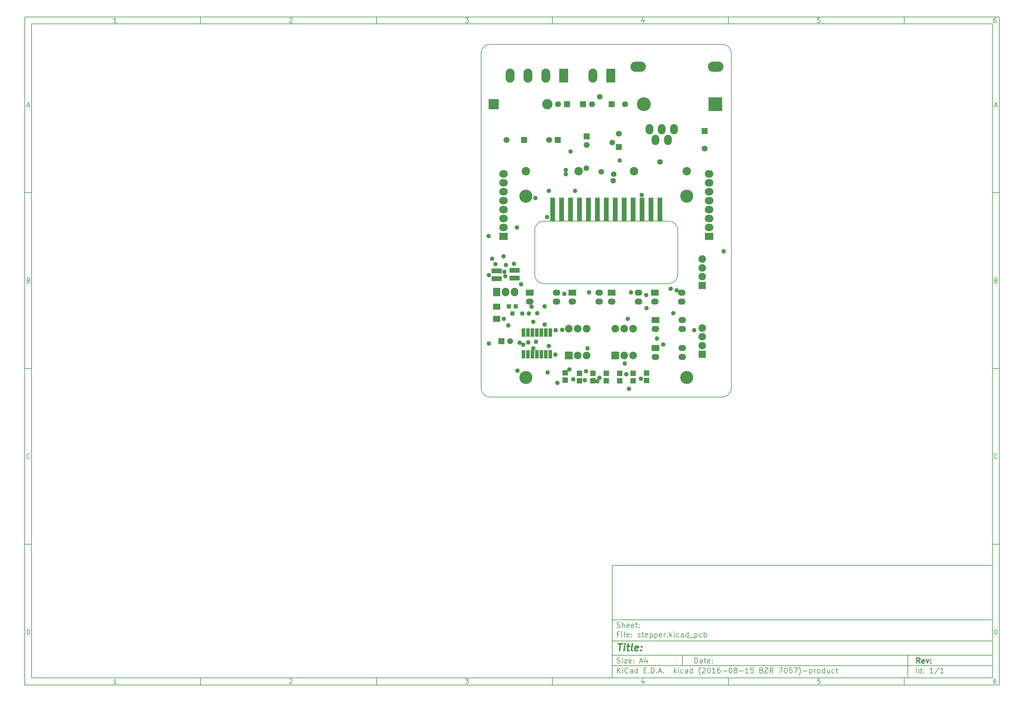
<source format=gbr>
G04 #@! TF.FileFunction,Soldermask,Top*
%FSLAX46Y46*%
G04 Gerber Fmt 4.6, Leading zero omitted, Abs format (unit mm)*
G04 Created by KiCad (PCBNEW (2016-08-15 BZR 7057)-product) date Tue Nov  8 12:42:18 2016*
%MOMM*%
%LPD*%
G01*
G04 APERTURE LIST*
%ADD10C,0.100000*%
%ADD11C,0.150000*%
%ADD12C,0.300000*%
%ADD13C,0.400000*%
%ADD14C,3.700000*%
%ADD15R,2.178000X2.178000*%
%ADD16C,2.178000*%
%ADD17R,2.178000X1.700000*%
%ADD18O,2.178000X1.700000*%
%ADD19C,3.940760*%
%ADD20R,3.940760X3.940760*%
%ADD21C,2.150000*%
%ADD22R,2.150000X2.150000*%
%ADD23C,2.940000*%
%ADD24R,2.940000X2.940000*%
%ADD25R,1.200100X1.200100*%
%ADD26R,1.050000X1.460000*%
%ADD27R,1.060400X2.432000*%
%ADD28C,1.700000*%
%ADD29R,1.700000X1.700000*%
%ADD30R,1.598880X1.598880*%
%ADD31O,4.400500X2.899360*%
%ADD32R,2.432000X2.127200*%
%ADD33O,2.432000X2.127200*%
%ADD34R,2.500000X4.000000*%
%ADD35O,2.500000X4.000000*%
%ADD36C,2.398980*%
%ADD37R,2.099260X1.700480*%
%ADD38R,2.127200X2.432000*%
%ADD39O,2.127200X2.432000*%
%ADD40R,1.400760X6.900000*%
%ADD41O,2.200860X2.899360*%
%ADD42C,1.300000*%
%ADD43C,1.600000*%
G04 APERTURE END LIST*
D10*
D11*
X177002200Y-166007200D02*
X177002200Y-198007200D01*
X285002200Y-198007200D01*
X285002200Y-166007200D01*
X177002200Y-166007200D01*
D10*
D11*
X10000000Y-10000000D02*
X10000000Y-200007200D01*
X287002200Y-200007200D01*
X287002200Y-10000000D01*
X10000000Y-10000000D01*
D10*
D11*
X12000000Y-12000000D02*
X12000000Y-198007200D01*
X285002200Y-198007200D01*
X285002200Y-12000000D01*
X12000000Y-12000000D01*
D10*
D11*
X60000000Y-12000000D02*
X60000000Y-10000000D01*
D10*
D11*
X110000000Y-12000000D02*
X110000000Y-10000000D01*
D10*
D11*
X160000000Y-12000000D02*
X160000000Y-10000000D01*
D10*
D11*
X210000000Y-12000000D02*
X210000000Y-10000000D01*
D10*
D11*
X260000000Y-12000000D02*
X260000000Y-10000000D01*
D10*
D11*
X36065476Y-11588095D02*
X35322619Y-11588095D01*
X35694047Y-11588095D02*
X35694047Y-10288095D01*
X35570238Y-10473809D01*
X35446428Y-10597619D01*
X35322619Y-10659523D01*
D10*
D11*
X85322619Y-10411904D02*
X85384523Y-10350000D01*
X85508333Y-10288095D01*
X85817857Y-10288095D01*
X85941666Y-10350000D01*
X86003571Y-10411904D01*
X86065476Y-10535714D01*
X86065476Y-10659523D01*
X86003571Y-10845238D01*
X85260714Y-11588095D01*
X86065476Y-11588095D01*
D10*
D11*
X135260714Y-10288095D02*
X136065476Y-10288095D01*
X135632142Y-10783333D01*
X135817857Y-10783333D01*
X135941666Y-10845238D01*
X136003571Y-10907142D01*
X136065476Y-11030952D01*
X136065476Y-11340476D01*
X136003571Y-11464285D01*
X135941666Y-11526190D01*
X135817857Y-11588095D01*
X135446428Y-11588095D01*
X135322619Y-11526190D01*
X135260714Y-11464285D01*
D10*
D11*
X185941666Y-10721428D02*
X185941666Y-11588095D01*
X185632142Y-10226190D02*
X185322619Y-11154761D01*
X186127380Y-11154761D01*
D10*
D11*
X236003571Y-10288095D02*
X235384523Y-10288095D01*
X235322619Y-10907142D01*
X235384523Y-10845238D01*
X235508333Y-10783333D01*
X235817857Y-10783333D01*
X235941666Y-10845238D01*
X236003571Y-10907142D01*
X236065476Y-11030952D01*
X236065476Y-11340476D01*
X236003571Y-11464285D01*
X235941666Y-11526190D01*
X235817857Y-11588095D01*
X235508333Y-11588095D01*
X235384523Y-11526190D01*
X235322619Y-11464285D01*
D10*
D11*
X285941666Y-10288095D02*
X285694047Y-10288095D01*
X285570238Y-10350000D01*
X285508333Y-10411904D01*
X285384523Y-10597619D01*
X285322619Y-10845238D01*
X285322619Y-11340476D01*
X285384523Y-11464285D01*
X285446428Y-11526190D01*
X285570238Y-11588095D01*
X285817857Y-11588095D01*
X285941666Y-11526190D01*
X286003571Y-11464285D01*
X286065476Y-11340476D01*
X286065476Y-11030952D01*
X286003571Y-10907142D01*
X285941666Y-10845238D01*
X285817857Y-10783333D01*
X285570238Y-10783333D01*
X285446428Y-10845238D01*
X285384523Y-10907142D01*
X285322619Y-11030952D01*
D10*
D11*
X60000000Y-198007200D02*
X60000000Y-200007200D01*
D10*
D11*
X110000000Y-198007200D02*
X110000000Y-200007200D01*
D10*
D11*
X160000000Y-198007200D02*
X160000000Y-200007200D01*
D10*
D11*
X210000000Y-198007200D02*
X210000000Y-200007200D01*
D10*
D11*
X260000000Y-198007200D02*
X260000000Y-200007200D01*
D10*
D11*
X36065476Y-199595295D02*
X35322619Y-199595295D01*
X35694047Y-199595295D02*
X35694047Y-198295295D01*
X35570238Y-198481009D01*
X35446428Y-198604819D01*
X35322619Y-198666723D01*
D10*
D11*
X85322619Y-198419104D02*
X85384523Y-198357200D01*
X85508333Y-198295295D01*
X85817857Y-198295295D01*
X85941666Y-198357200D01*
X86003571Y-198419104D01*
X86065476Y-198542914D01*
X86065476Y-198666723D01*
X86003571Y-198852438D01*
X85260714Y-199595295D01*
X86065476Y-199595295D01*
D10*
D11*
X135260714Y-198295295D02*
X136065476Y-198295295D01*
X135632142Y-198790533D01*
X135817857Y-198790533D01*
X135941666Y-198852438D01*
X136003571Y-198914342D01*
X136065476Y-199038152D01*
X136065476Y-199347676D01*
X136003571Y-199471485D01*
X135941666Y-199533390D01*
X135817857Y-199595295D01*
X135446428Y-199595295D01*
X135322619Y-199533390D01*
X135260714Y-199471485D01*
D10*
D11*
X185941666Y-198728628D02*
X185941666Y-199595295D01*
X185632142Y-198233390D02*
X185322619Y-199161961D01*
X186127380Y-199161961D01*
D10*
D11*
X236003571Y-198295295D02*
X235384523Y-198295295D01*
X235322619Y-198914342D01*
X235384523Y-198852438D01*
X235508333Y-198790533D01*
X235817857Y-198790533D01*
X235941666Y-198852438D01*
X236003571Y-198914342D01*
X236065476Y-199038152D01*
X236065476Y-199347676D01*
X236003571Y-199471485D01*
X235941666Y-199533390D01*
X235817857Y-199595295D01*
X235508333Y-199595295D01*
X235384523Y-199533390D01*
X235322619Y-199471485D01*
D10*
D11*
X285941666Y-198295295D02*
X285694047Y-198295295D01*
X285570238Y-198357200D01*
X285508333Y-198419104D01*
X285384523Y-198604819D01*
X285322619Y-198852438D01*
X285322619Y-199347676D01*
X285384523Y-199471485D01*
X285446428Y-199533390D01*
X285570238Y-199595295D01*
X285817857Y-199595295D01*
X285941666Y-199533390D01*
X286003571Y-199471485D01*
X286065476Y-199347676D01*
X286065476Y-199038152D01*
X286003571Y-198914342D01*
X285941666Y-198852438D01*
X285817857Y-198790533D01*
X285570238Y-198790533D01*
X285446428Y-198852438D01*
X285384523Y-198914342D01*
X285322619Y-199038152D01*
D10*
D11*
X10000000Y-60000000D02*
X12000000Y-60000000D01*
D10*
D11*
X10000000Y-110000000D02*
X12000000Y-110000000D01*
D10*
D11*
X10000000Y-160000000D02*
X12000000Y-160000000D01*
D10*
D11*
X10690476Y-35216666D02*
X11309523Y-35216666D01*
X10566666Y-35588095D02*
X11000000Y-34288095D01*
X11433333Y-35588095D01*
D10*
D11*
X11092857Y-84907142D02*
X11278571Y-84969047D01*
X11340476Y-85030952D01*
X11402380Y-85154761D01*
X11402380Y-85340476D01*
X11340476Y-85464285D01*
X11278571Y-85526190D01*
X11154761Y-85588095D01*
X10659523Y-85588095D01*
X10659523Y-84288095D01*
X11092857Y-84288095D01*
X11216666Y-84350000D01*
X11278571Y-84411904D01*
X11340476Y-84535714D01*
X11340476Y-84659523D01*
X11278571Y-84783333D01*
X11216666Y-84845238D01*
X11092857Y-84907142D01*
X10659523Y-84907142D01*
D10*
D11*
X11402380Y-135464285D02*
X11340476Y-135526190D01*
X11154761Y-135588095D01*
X11030952Y-135588095D01*
X10845238Y-135526190D01*
X10721428Y-135402380D01*
X10659523Y-135278571D01*
X10597619Y-135030952D01*
X10597619Y-134845238D01*
X10659523Y-134597619D01*
X10721428Y-134473809D01*
X10845238Y-134350000D01*
X11030952Y-134288095D01*
X11154761Y-134288095D01*
X11340476Y-134350000D01*
X11402380Y-134411904D01*
D10*
D11*
X10659523Y-185588095D02*
X10659523Y-184288095D01*
X10969047Y-184288095D01*
X11154761Y-184350000D01*
X11278571Y-184473809D01*
X11340476Y-184597619D01*
X11402380Y-184845238D01*
X11402380Y-185030952D01*
X11340476Y-185278571D01*
X11278571Y-185402380D01*
X11154761Y-185526190D01*
X10969047Y-185588095D01*
X10659523Y-185588095D01*
D10*
D11*
X287002200Y-60000000D02*
X285002200Y-60000000D01*
D10*
D11*
X287002200Y-110000000D02*
X285002200Y-110000000D01*
D10*
D11*
X287002200Y-160000000D02*
X285002200Y-160000000D01*
D10*
D11*
X285692676Y-35216666D02*
X286311723Y-35216666D01*
X285568866Y-35588095D02*
X286002200Y-34288095D01*
X286435533Y-35588095D01*
D10*
D11*
X286095057Y-84907142D02*
X286280771Y-84969047D01*
X286342676Y-85030952D01*
X286404580Y-85154761D01*
X286404580Y-85340476D01*
X286342676Y-85464285D01*
X286280771Y-85526190D01*
X286156961Y-85588095D01*
X285661723Y-85588095D01*
X285661723Y-84288095D01*
X286095057Y-84288095D01*
X286218866Y-84350000D01*
X286280771Y-84411904D01*
X286342676Y-84535714D01*
X286342676Y-84659523D01*
X286280771Y-84783333D01*
X286218866Y-84845238D01*
X286095057Y-84907142D01*
X285661723Y-84907142D01*
D10*
D11*
X286404580Y-135464285D02*
X286342676Y-135526190D01*
X286156961Y-135588095D01*
X286033152Y-135588095D01*
X285847438Y-135526190D01*
X285723628Y-135402380D01*
X285661723Y-135278571D01*
X285599819Y-135030952D01*
X285599819Y-134845238D01*
X285661723Y-134597619D01*
X285723628Y-134473809D01*
X285847438Y-134350000D01*
X286033152Y-134288095D01*
X286156961Y-134288095D01*
X286342676Y-134350000D01*
X286404580Y-134411904D01*
D10*
D11*
X285661723Y-185588095D02*
X285661723Y-184288095D01*
X285971247Y-184288095D01*
X286156961Y-184350000D01*
X286280771Y-184473809D01*
X286342676Y-184597619D01*
X286404580Y-184845238D01*
X286404580Y-185030952D01*
X286342676Y-185278571D01*
X286280771Y-185402380D01*
X286156961Y-185526190D01*
X285971247Y-185588095D01*
X285661723Y-185588095D01*
D10*
D11*
X200434342Y-193785771D02*
X200434342Y-192285771D01*
X200791485Y-192285771D01*
X201005771Y-192357200D01*
X201148628Y-192500057D01*
X201220057Y-192642914D01*
X201291485Y-192928628D01*
X201291485Y-193142914D01*
X201220057Y-193428628D01*
X201148628Y-193571485D01*
X201005771Y-193714342D01*
X200791485Y-193785771D01*
X200434342Y-193785771D01*
X202577200Y-193785771D02*
X202577200Y-193000057D01*
X202505771Y-192857200D01*
X202362914Y-192785771D01*
X202077200Y-192785771D01*
X201934342Y-192857200D01*
X202577200Y-193714342D02*
X202434342Y-193785771D01*
X202077200Y-193785771D01*
X201934342Y-193714342D01*
X201862914Y-193571485D01*
X201862914Y-193428628D01*
X201934342Y-193285771D01*
X202077200Y-193214342D01*
X202434342Y-193214342D01*
X202577200Y-193142914D01*
X203077200Y-192785771D02*
X203648628Y-192785771D01*
X203291485Y-192285771D02*
X203291485Y-193571485D01*
X203362914Y-193714342D01*
X203505771Y-193785771D01*
X203648628Y-193785771D01*
X204720057Y-193714342D02*
X204577200Y-193785771D01*
X204291485Y-193785771D01*
X204148628Y-193714342D01*
X204077200Y-193571485D01*
X204077200Y-193000057D01*
X204148628Y-192857200D01*
X204291485Y-192785771D01*
X204577200Y-192785771D01*
X204720057Y-192857200D01*
X204791485Y-193000057D01*
X204791485Y-193142914D01*
X204077200Y-193285771D01*
X205434342Y-193642914D02*
X205505771Y-193714342D01*
X205434342Y-193785771D01*
X205362914Y-193714342D01*
X205434342Y-193642914D01*
X205434342Y-193785771D01*
X205434342Y-192857200D02*
X205505771Y-192928628D01*
X205434342Y-193000057D01*
X205362914Y-192928628D01*
X205434342Y-192857200D01*
X205434342Y-193000057D01*
D10*
D11*
X177002200Y-194507200D02*
X285002200Y-194507200D01*
D10*
D11*
X178434342Y-196585771D02*
X178434342Y-195085771D01*
X179291485Y-196585771D02*
X178648628Y-195728628D01*
X179291485Y-195085771D02*
X178434342Y-195942914D01*
X179934342Y-196585771D02*
X179934342Y-195585771D01*
X179934342Y-195085771D02*
X179862914Y-195157200D01*
X179934342Y-195228628D01*
X180005771Y-195157200D01*
X179934342Y-195085771D01*
X179934342Y-195228628D01*
X181505771Y-196442914D02*
X181434342Y-196514342D01*
X181220057Y-196585771D01*
X181077200Y-196585771D01*
X180862914Y-196514342D01*
X180720057Y-196371485D01*
X180648628Y-196228628D01*
X180577200Y-195942914D01*
X180577200Y-195728628D01*
X180648628Y-195442914D01*
X180720057Y-195300057D01*
X180862914Y-195157200D01*
X181077200Y-195085771D01*
X181220057Y-195085771D01*
X181434342Y-195157200D01*
X181505771Y-195228628D01*
X182791485Y-196585771D02*
X182791485Y-195800057D01*
X182720057Y-195657200D01*
X182577200Y-195585771D01*
X182291485Y-195585771D01*
X182148628Y-195657200D01*
X182791485Y-196514342D02*
X182648628Y-196585771D01*
X182291485Y-196585771D01*
X182148628Y-196514342D01*
X182077200Y-196371485D01*
X182077200Y-196228628D01*
X182148628Y-196085771D01*
X182291485Y-196014342D01*
X182648628Y-196014342D01*
X182791485Y-195942914D01*
X184148628Y-196585771D02*
X184148628Y-195085771D01*
X184148628Y-196514342D02*
X184005771Y-196585771D01*
X183720057Y-196585771D01*
X183577200Y-196514342D01*
X183505771Y-196442914D01*
X183434342Y-196300057D01*
X183434342Y-195871485D01*
X183505771Y-195728628D01*
X183577200Y-195657200D01*
X183720057Y-195585771D01*
X184005771Y-195585771D01*
X184148628Y-195657200D01*
X186005771Y-195800057D02*
X186505771Y-195800057D01*
X186720057Y-196585771D02*
X186005771Y-196585771D01*
X186005771Y-195085771D01*
X186720057Y-195085771D01*
X187362914Y-196442914D02*
X187434342Y-196514342D01*
X187362914Y-196585771D01*
X187291485Y-196514342D01*
X187362914Y-196442914D01*
X187362914Y-196585771D01*
X188077200Y-196585771D02*
X188077200Y-195085771D01*
X188434342Y-195085771D01*
X188648628Y-195157200D01*
X188791485Y-195300057D01*
X188862914Y-195442914D01*
X188934342Y-195728628D01*
X188934342Y-195942914D01*
X188862914Y-196228628D01*
X188791485Y-196371485D01*
X188648628Y-196514342D01*
X188434342Y-196585771D01*
X188077200Y-196585771D01*
X189577200Y-196442914D02*
X189648628Y-196514342D01*
X189577200Y-196585771D01*
X189505771Y-196514342D01*
X189577200Y-196442914D01*
X189577200Y-196585771D01*
X190220057Y-196157200D02*
X190934342Y-196157200D01*
X190077200Y-196585771D02*
X190577200Y-195085771D01*
X191077200Y-196585771D01*
X191577200Y-196442914D02*
X191648628Y-196514342D01*
X191577200Y-196585771D01*
X191505771Y-196514342D01*
X191577200Y-196442914D01*
X191577200Y-196585771D01*
X194577200Y-196585771D02*
X194577200Y-195085771D01*
X194720057Y-196014342D02*
X195148628Y-196585771D01*
X195148628Y-195585771D02*
X194577200Y-196157200D01*
X195791485Y-196585771D02*
X195791485Y-195585771D01*
X195791485Y-195085771D02*
X195720057Y-195157200D01*
X195791485Y-195228628D01*
X195862914Y-195157200D01*
X195791485Y-195085771D01*
X195791485Y-195228628D01*
X197148628Y-196514342D02*
X197005771Y-196585771D01*
X196720057Y-196585771D01*
X196577200Y-196514342D01*
X196505771Y-196442914D01*
X196434342Y-196300057D01*
X196434342Y-195871485D01*
X196505771Y-195728628D01*
X196577200Y-195657200D01*
X196720057Y-195585771D01*
X197005771Y-195585771D01*
X197148628Y-195657200D01*
X198434342Y-196585771D02*
X198434342Y-195800057D01*
X198362914Y-195657200D01*
X198220057Y-195585771D01*
X197934342Y-195585771D01*
X197791485Y-195657200D01*
X198434342Y-196514342D02*
X198291485Y-196585771D01*
X197934342Y-196585771D01*
X197791485Y-196514342D01*
X197720057Y-196371485D01*
X197720057Y-196228628D01*
X197791485Y-196085771D01*
X197934342Y-196014342D01*
X198291485Y-196014342D01*
X198434342Y-195942914D01*
X199791485Y-196585771D02*
X199791485Y-195085771D01*
X199791485Y-196514342D02*
X199648628Y-196585771D01*
X199362914Y-196585771D01*
X199220057Y-196514342D01*
X199148628Y-196442914D01*
X199077200Y-196300057D01*
X199077200Y-195871485D01*
X199148628Y-195728628D01*
X199220057Y-195657200D01*
X199362914Y-195585771D01*
X199648628Y-195585771D01*
X199791485Y-195657200D01*
X202077200Y-197157200D02*
X202005771Y-197085771D01*
X201862914Y-196871485D01*
X201791485Y-196728628D01*
X201720057Y-196514342D01*
X201648628Y-196157200D01*
X201648628Y-195871485D01*
X201720057Y-195514342D01*
X201791485Y-195300057D01*
X201862914Y-195157200D01*
X202005771Y-194942914D01*
X202077200Y-194871485D01*
X202577200Y-195228628D02*
X202648628Y-195157200D01*
X202791485Y-195085771D01*
X203148628Y-195085771D01*
X203291485Y-195157200D01*
X203362914Y-195228628D01*
X203434342Y-195371485D01*
X203434342Y-195514342D01*
X203362914Y-195728628D01*
X202505771Y-196585771D01*
X203434342Y-196585771D01*
X204362914Y-195085771D02*
X204505771Y-195085771D01*
X204648628Y-195157200D01*
X204720057Y-195228628D01*
X204791485Y-195371485D01*
X204862914Y-195657200D01*
X204862914Y-196014342D01*
X204791485Y-196300057D01*
X204720057Y-196442914D01*
X204648628Y-196514342D01*
X204505771Y-196585771D01*
X204362914Y-196585771D01*
X204220057Y-196514342D01*
X204148628Y-196442914D01*
X204077200Y-196300057D01*
X204005771Y-196014342D01*
X204005771Y-195657200D01*
X204077200Y-195371485D01*
X204148628Y-195228628D01*
X204220057Y-195157200D01*
X204362914Y-195085771D01*
X206291485Y-196585771D02*
X205434342Y-196585771D01*
X205862914Y-196585771D02*
X205862914Y-195085771D01*
X205720057Y-195300057D01*
X205577200Y-195442914D01*
X205434342Y-195514342D01*
X207577200Y-195085771D02*
X207291485Y-195085771D01*
X207148628Y-195157200D01*
X207077200Y-195228628D01*
X206934342Y-195442914D01*
X206862914Y-195728628D01*
X206862914Y-196300057D01*
X206934342Y-196442914D01*
X207005771Y-196514342D01*
X207148628Y-196585771D01*
X207434342Y-196585771D01*
X207577200Y-196514342D01*
X207648628Y-196442914D01*
X207720057Y-196300057D01*
X207720057Y-195942914D01*
X207648628Y-195800057D01*
X207577200Y-195728628D01*
X207434342Y-195657200D01*
X207148628Y-195657200D01*
X207005771Y-195728628D01*
X206934342Y-195800057D01*
X206862914Y-195942914D01*
X208362914Y-196014342D02*
X209505771Y-196014342D01*
X210505771Y-195085771D02*
X210648628Y-195085771D01*
X210791485Y-195157200D01*
X210862914Y-195228628D01*
X210934342Y-195371485D01*
X211005771Y-195657200D01*
X211005771Y-196014342D01*
X210934342Y-196300057D01*
X210862914Y-196442914D01*
X210791485Y-196514342D01*
X210648628Y-196585771D01*
X210505771Y-196585771D01*
X210362914Y-196514342D01*
X210291485Y-196442914D01*
X210220057Y-196300057D01*
X210148628Y-196014342D01*
X210148628Y-195657200D01*
X210220057Y-195371485D01*
X210291485Y-195228628D01*
X210362914Y-195157200D01*
X210505771Y-195085771D01*
X211862914Y-195728628D02*
X211720057Y-195657200D01*
X211648628Y-195585771D01*
X211577200Y-195442914D01*
X211577200Y-195371485D01*
X211648628Y-195228628D01*
X211720057Y-195157200D01*
X211862914Y-195085771D01*
X212148628Y-195085771D01*
X212291485Y-195157200D01*
X212362914Y-195228628D01*
X212434342Y-195371485D01*
X212434342Y-195442914D01*
X212362914Y-195585771D01*
X212291485Y-195657200D01*
X212148628Y-195728628D01*
X211862914Y-195728628D01*
X211720057Y-195800057D01*
X211648628Y-195871485D01*
X211577200Y-196014342D01*
X211577200Y-196300057D01*
X211648628Y-196442914D01*
X211720057Y-196514342D01*
X211862914Y-196585771D01*
X212148628Y-196585771D01*
X212291485Y-196514342D01*
X212362914Y-196442914D01*
X212434342Y-196300057D01*
X212434342Y-196014342D01*
X212362914Y-195871485D01*
X212291485Y-195800057D01*
X212148628Y-195728628D01*
X213077200Y-196014342D02*
X214220057Y-196014342D01*
X215720057Y-196585771D02*
X214862914Y-196585771D01*
X215291485Y-196585771D02*
X215291485Y-195085771D01*
X215148628Y-195300057D01*
X215005771Y-195442914D01*
X214862914Y-195514342D01*
X217077200Y-195085771D02*
X216362914Y-195085771D01*
X216291485Y-195800057D01*
X216362914Y-195728628D01*
X216505771Y-195657200D01*
X216862914Y-195657200D01*
X217005771Y-195728628D01*
X217077200Y-195800057D01*
X217148628Y-195942914D01*
X217148628Y-196300057D01*
X217077200Y-196442914D01*
X217005771Y-196514342D01*
X216862914Y-196585771D01*
X216505771Y-196585771D01*
X216362914Y-196514342D01*
X216291485Y-196442914D01*
X219434342Y-195800057D02*
X219648628Y-195871485D01*
X219720057Y-195942914D01*
X219791485Y-196085771D01*
X219791485Y-196300057D01*
X219720057Y-196442914D01*
X219648628Y-196514342D01*
X219505771Y-196585771D01*
X218934342Y-196585771D01*
X218934342Y-195085771D01*
X219434342Y-195085771D01*
X219577200Y-195157200D01*
X219648628Y-195228628D01*
X219720057Y-195371485D01*
X219720057Y-195514342D01*
X219648628Y-195657200D01*
X219577200Y-195728628D01*
X219434342Y-195800057D01*
X218934342Y-195800057D01*
X220291485Y-195085771D02*
X221291485Y-195085771D01*
X220291485Y-196585771D01*
X221291485Y-196585771D01*
X222720057Y-196585771D02*
X222220057Y-195871485D01*
X221862914Y-196585771D02*
X221862914Y-195085771D01*
X222434342Y-195085771D01*
X222577200Y-195157200D01*
X222648628Y-195228628D01*
X222720057Y-195371485D01*
X222720057Y-195585771D01*
X222648628Y-195728628D01*
X222577200Y-195800057D01*
X222434342Y-195871485D01*
X221862914Y-195871485D01*
X224362914Y-195085771D02*
X225362914Y-195085771D01*
X224720057Y-196585771D01*
X226220057Y-195085771D02*
X226362914Y-195085771D01*
X226505771Y-195157200D01*
X226577200Y-195228628D01*
X226648628Y-195371485D01*
X226720057Y-195657200D01*
X226720057Y-196014342D01*
X226648628Y-196300057D01*
X226577200Y-196442914D01*
X226505771Y-196514342D01*
X226362914Y-196585771D01*
X226220057Y-196585771D01*
X226077200Y-196514342D01*
X226005771Y-196442914D01*
X225934342Y-196300057D01*
X225862914Y-196014342D01*
X225862914Y-195657200D01*
X225934342Y-195371485D01*
X226005771Y-195228628D01*
X226077200Y-195157200D01*
X226220057Y-195085771D01*
X228077200Y-195085771D02*
X227362914Y-195085771D01*
X227291485Y-195800057D01*
X227362914Y-195728628D01*
X227505771Y-195657200D01*
X227862914Y-195657200D01*
X228005771Y-195728628D01*
X228077200Y-195800057D01*
X228148628Y-195942914D01*
X228148628Y-196300057D01*
X228077200Y-196442914D01*
X228005771Y-196514342D01*
X227862914Y-196585771D01*
X227505771Y-196585771D01*
X227362914Y-196514342D01*
X227291485Y-196442914D01*
X228648628Y-195085771D02*
X229648628Y-195085771D01*
X229005771Y-196585771D01*
X230077199Y-197157200D02*
X230148628Y-197085771D01*
X230291485Y-196871485D01*
X230362914Y-196728628D01*
X230434342Y-196514342D01*
X230505771Y-196157200D01*
X230505771Y-195871485D01*
X230434342Y-195514342D01*
X230362914Y-195300057D01*
X230291485Y-195157200D01*
X230148628Y-194942914D01*
X230077199Y-194871485D01*
X231220057Y-196014342D02*
X232362914Y-196014342D01*
X233077199Y-195585771D02*
X233077199Y-197085771D01*
X233077199Y-195657200D02*
X233220057Y-195585771D01*
X233505771Y-195585771D01*
X233648628Y-195657200D01*
X233720057Y-195728628D01*
X233791485Y-195871485D01*
X233791485Y-196300057D01*
X233720057Y-196442914D01*
X233648628Y-196514342D01*
X233505771Y-196585771D01*
X233220057Y-196585771D01*
X233077199Y-196514342D01*
X234434342Y-196585771D02*
X234434342Y-195585771D01*
X234434342Y-195871485D02*
X234505771Y-195728628D01*
X234577199Y-195657200D01*
X234720057Y-195585771D01*
X234862914Y-195585771D01*
X235577199Y-196585771D02*
X235434342Y-196514342D01*
X235362914Y-196442914D01*
X235291485Y-196300057D01*
X235291485Y-195871485D01*
X235362914Y-195728628D01*
X235434342Y-195657200D01*
X235577199Y-195585771D01*
X235791485Y-195585771D01*
X235934342Y-195657200D01*
X236005771Y-195728628D01*
X236077199Y-195871485D01*
X236077199Y-196300057D01*
X236005771Y-196442914D01*
X235934342Y-196514342D01*
X235791485Y-196585771D01*
X235577199Y-196585771D01*
X237362914Y-196585771D02*
X237362914Y-195085771D01*
X237362914Y-196514342D02*
X237220057Y-196585771D01*
X236934342Y-196585771D01*
X236791485Y-196514342D01*
X236720057Y-196442914D01*
X236648628Y-196300057D01*
X236648628Y-195871485D01*
X236720057Y-195728628D01*
X236791485Y-195657200D01*
X236934342Y-195585771D01*
X237220057Y-195585771D01*
X237362914Y-195657200D01*
X238720057Y-195585771D02*
X238720057Y-196585771D01*
X238077199Y-195585771D02*
X238077199Y-196371485D01*
X238148628Y-196514342D01*
X238291485Y-196585771D01*
X238505771Y-196585771D01*
X238648628Y-196514342D01*
X238720057Y-196442914D01*
X240077199Y-196514342D02*
X239934342Y-196585771D01*
X239648628Y-196585771D01*
X239505771Y-196514342D01*
X239434342Y-196442914D01*
X239362914Y-196300057D01*
X239362914Y-195871485D01*
X239434342Y-195728628D01*
X239505771Y-195657200D01*
X239648628Y-195585771D01*
X239934342Y-195585771D01*
X240077199Y-195657200D01*
X240505771Y-195585771D02*
X241077199Y-195585771D01*
X240720057Y-195085771D02*
X240720057Y-196371485D01*
X240791485Y-196514342D01*
X240934342Y-196585771D01*
X241077199Y-196585771D01*
D10*
D11*
X177002200Y-191507200D02*
X285002200Y-191507200D01*
D10*
D12*
X264411485Y-193785771D02*
X263911485Y-193071485D01*
X263554342Y-193785771D02*
X263554342Y-192285771D01*
X264125771Y-192285771D01*
X264268628Y-192357200D01*
X264340057Y-192428628D01*
X264411485Y-192571485D01*
X264411485Y-192785771D01*
X264340057Y-192928628D01*
X264268628Y-193000057D01*
X264125771Y-193071485D01*
X263554342Y-193071485D01*
X265625771Y-193714342D02*
X265482914Y-193785771D01*
X265197200Y-193785771D01*
X265054342Y-193714342D01*
X264982914Y-193571485D01*
X264982914Y-193000057D01*
X265054342Y-192857200D01*
X265197200Y-192785771D01*
X265482914Y-192785771D01*
X265625771Y-192857200D01*
X265697200Y-193000057D01*
X265697200Y-193142914D01*
X264982914Y-193285771D01*
X266197200Y-192785771D02*
X266554342Y-193785771D01*
X266911485Y-192785771D01*
X267482914Y-193642914D02*
X267554342Y-193714342D01*
X267482914Y-193785771D01*
X267411485Y-193714342D01*
X267482914Y-193642914D01*
X267482914Y-193785771D01*
X267482914Y-192857200D02*
X267554342Y-192928628D01*
X267482914Y-193000057D01*
X267411485Y-192928628D01*
X267482914Y-192857200D01*
X267482914Y-193000057D01*
D10*
D11*
X178362914Y-193714342D02*
X178577200Y-193785771D01*
X178934342Y-193785771D01*
X179077200Y-193714342D01*
X179148628Y-193642914D01*
X179220057Y-193500057D01*
X179220057Y-193357200D01*
X179148628Y-193214342D01*
X179077200Y-193142914D01*
X178934342Y-193071485D01*
X178648628Y-193000057D01*
X178505771Y-192928628D01*
X178434342Y-192857200D01*
X178362914Y-192714342D01*
X178362914Y-192571485D01*
X178434342Y-192428628D01*
X178505771Y-192357200D01*
X178648628Y-192285771D01*
X179005771Y-192285771D01*
X179220057Y-192357200D01*
X179862914Y-193785771D02*
X179862914Y-192785771D01*
X179862914Y-192285771D02*
X179791485Y-192357200D01*
X179862914Y-192428628D01*
X179934342Y-192357200D01*
X179862914Y-192285771D01*
X179862914Y-192428628D01*
X180434342Y-192785771D02*
X181220057Y-192785771D01*
X180434342Y-193785771D01*
X181220057Y-193785771D01*
X182362914Y-193714342D02*
X182220057Y-193785771D01*
X181934342Y-193785771D01*
X181791485Y-193714342D01*
X181720057Y-193571485D01*
X181720057Y-193000057D01*
X181791485Y-192857200D01*
X181934342Y-192785771D01*
X182220057Y-192785771D01*
X182362914Y-192857200D01*
X182434342Y-193000057D01*
X182434342Y-193142914D01*
X181720057Y-193285771D01*
X183077200Y-193642914D02*
X183148628Y-193714342D01*
X183077200Y-193785771D01*
X183005771Y-193714342D01*
X183077200Y-193642914D01*
X183077200Y-193785771D01*
X183077200Y-192857200D02*
X183148628Y-192928628D01*
X183077200Y-193000057D01*
X183005771Y-192928628D01*
X183077200Y-192857200D01*
X183077200Y-193000057D01*
X184862914Y-193357200D02*
X185577200Y-193357200D01*
X184720057Y-193785771D02*
X185220057Y-192285771D01*
X185720057Y-193785771D01*
X186862914Y-192785771D02*
X186862914Y-193785771D01*
X186505771Y-192214342D02*
X186148628Y-193285771D01*
X187077200Y-193285771D01*
D10*
D11*
X263434342Y-196585771D02*
X263434342Y-195085771D01*
X264791485Y-196585771D02*
X264791485Y-195085771D01*
X264791485Y-196514342D02*
X264648628Y-196585771D01*
X264362914Y-196585771D01*
X264220057Y-196514342D01*
X264148628Y-196442914D01*
X264077200Y-196300057D01*
X264077200Y-195871485D01*
X264148628Y-195728628D01*
X264220057Y-195657200D01*
X264362914Y-195585771D01*
X264648628Y-195585771D01*
X264791485Y-195657200D01*
X265505771Y-196442914D02*
X265577200Y-196514342D01*
X265505771Y-196585771D01*
X265434342Y-196514342D01*
X265505771Y-196442914D01*
X265505771Y-196585771D01*
X265505771Y-195657200D02*
X265577200Y-195728628D01*
X265505771Y-195800057D01*
X265434342Y-195728628D01*
X265505771Y-195657200D01*
X265505771Y-195800057D01*
X268148628Y-196585771D02*
X267291485Y-196585771D01*
X267720057Y-196585771D02*
X267720057Y-195085771D01*
X267577200Y-195300057D01*
X267434342Y-195442914D01*
X267291485Y-195514342D01*
X269862914Y-195014342D02*
X268577200Y-196942914D01*
X271148628Y-196585771D02*
X270291485Y-196585771D01*
X270720057Y-196585771D02*
X270720057Y-195085771D01*
X270577200Y-195300057D01*
X270434342Y-195442914D01*
X270291485Y-195514342D01*
D10*
D11*
X177002200Y-187507200D02*
X285002200Y-187507200D01*
D10*
D13*
X178714580Y-188211961D02*
X179857438Y-188211961D01*
X179036009Y-190211961D02*
X179286009Y-188211961D01*
X180274104Y-190211961D02*
X180440771Y-188878628D01*
X180524104Y-188211961D02*
X180416961Y-188307200D01*
X180500295Y-188402438D01*
X180607438Y-188307200D01*
X180524104Y-188211961D01*
X180500295Y-188402438D01*
X181107438Y-188878628D02*
X181869342Y-188878628D01*
X181476485Y-188211961D02*
X181262200Y-189926247D01*
X181333628Y-190116723D01*
X181512200Y-190211961D01*
X181702676Y-190211961D01*
X182655057Y-190211961D02*
X182476485Y-190116723D01*
X182405057Y-189926247D01*
X182619342Y-188211961D01*
X184190771Y-190116723D02*
X183988390Y-190211961D01*
X183607438Y-190211961D01*
X183428866Y-190116723D01*
X183357438Y-189926247D01*
X183452676Y-189164342D01*
X183571723Y-188973866D01*
X183774104Y-188878628D01*
X184155057Y-188878628D01*
X184333628Y-188973866D01*
X184405057Y-189164342D01*
X184381247Y-189354819D01*
X183405057Y-189545295D01*
X185155057Y-190021485D02*
X185238390Y-190116723D01*
X185131247Y-190211961D01*
X185047914Y-190116723D01*
X185155057Y-190021485D01*
X185131247Y-190211961D01*
X185286009Y-188973866D02*
X185369342Y-189069104D01*
X185262200Y-189164342D01*
X185178866Y-189069104D01*
X185286009Y-188973866D01*
X185262200Y-189164342D01*
D10*
D11*
X178934342Y-185600057D02*
X178434342Y-185600057D01*
X178434342Y-186385771D02*
X178434342Y-184885771D01*
X179148628Y-184885771D01*
X179720057Y-186385771D02*
X179720057Y-185385771D01*
X179720057Y-184885771D02*
X179648628Y-184957200D01*
X179720057Y-185028628D01*
X179791485Y-184957200D01*
X179720057Y-184885771D01*
X179720057Y-185028628D01*
X180648628Y-186385771D02*
X180505771Y-186314342D01*
X180434342Y-186171485D01*
X180434342Y-184885771D01*
X181791485Y-186314342D02*
X181648628Y-186385771D01*
X181362914Y-186385771D01*
X181220057Y-186314342D01*
X181148628Y-186171485D01*
X181148628Y-185600057D01*
X181220057Y-185457200D01*
X181362914Y-185385771D01*
X181648628Y-185385771D01*
X181791485Y-185457200D01*
X181862914Y-185600057D01*
X181862914Y-185742914D01*
X181148628Y-185885771D01*
X182505771Y-186242914D02*
X182577200Y-186314342D01*
X182505771Y-186385771D01*
X182434342Y-186314342D01*
X182505771Y-186242914D01*
X182505771Y-186385771D01*
X182505771Y-185457200D02*
X182577200Y-185528628D01*
X182505771Y-185600057D01*
X182434342Y-185528628D01*
X182505771Y-185457200D01*
X182505771Y-185600057D01*
X184291485Y-186314342D02*
X184434342Y-186385771D01*
X184720057Y-186385771D01*
X184862914Y-186314342D01*
X184934342Y-186171485D01*
X184934342Y-186100057D01*
X184862914Y-185957200D01*
X184720057Y-185885771D01*
X184505771Y-185885771D01*
X184362914Y-185814342D01*
X184291485Y-185671485D01*
X184291485Y-185600057D01*
X184362914Y-185457200D01*
X184505771Y-185385771D01*
X184720057Y-185385771D01*
X184862914Y-185457200D01*
X185362914Y-185385771D02*
X185934342Y-185385771D01*
X185577200Y-184885771D02*
X185577200Y-186171485D01*
X185648628Y-186314342D01*
X185791485Y-186385771D01*
X185934342Y-186385771D01*
X187005771Y-186314342D02*
X186862914Y-186385771D01*
X186577200Y-186385771D01*
X186434342Y-186314342D01*
X186362914Y-186171485D01*
X186362914Y-185600057D01*
X186434342Y-185457200D01*
X186577200Y-185385771D01*
X186862914Y-185385771D01*
X187005771Y-185457200D01*
X187077200Y-185600057D01*
X187077200Y-185742914D01*
X186362914Y-185885771D01*
X187720057Y-185385771D02*
X187720057Y-186885771D01*
X187720057Y-185457200D02*
X187862914Y-185385771D01*
X188148628Y-185385771D01*
X188291485Y-185457200D01*
X188362914Y-185528628D01*
X188434342Y-185671485D01*
X188434342Y-186100057D01*
X188362914Y-186242914D01*
X188291485Y-186314342D01*
X188148628Y-186385771D01*
X187862914Y-186385771D01*
X187720057Y-186314342D01*
X189077200Y-185385771D02*
X189077200Y-186885771D01*
X189077200Y-185457200D02*
X189220057Y-185385771D01*
X189505771Y-185385771D01*
X189648628Y-185457200D01*
X189720057Y-185528628D01*
X189791485Y-185671485D01*
X189791485Y-186100057D01*
X189720057Y-186242914D01*
X189648628Y-186314342D01*
X189505771Y-186385771D01*
X189220057Y-186385771D01*
X189077200Y-186314342D01*
X191005771Y-186314342D02*
X190862914Y-186385771D01*
X190577200Y-186385771D01*
X190434342Y-186314342D01*
X190362914Y-186171485D01*
X190362914Y-185600057D01*
X190434342Y-185457200D01*
X190577200Y-185385771D01*
X190862914Y-185385771D01*
X191005771Y-185457200D01*
X191077200Y-185600057D01*
X191077200Y-185742914D01*
X190362914Y-185885771D01*
X191720057Y-186385771D02*
X191720057Y-185385771D01*
X191720057Y-185671485D02*
X191791485Y-185528628D01*
X191862914Y-185457200D01*
X192005771Y-185385771D01*
X192148628Y-185385771D01*
X192648628Y-186242914D02*
X192720057Y-186314342D01*
X192648628Y-186385771D01*
X192577200Y-186314342D01*
X192648628Y-186242914D01*
X192648628Y-186385771D01*
X193362914Y-186385771D02*
X193362914Y-184885771D01*
X193505771Y-185814342D02*
X193934342Y-186385771D01*
X193934342Y-185385771D02*
X193362914Y-185957200D01*
X194577200Y-186385771D02*
X194577200Y-185385771D01*
X194577200Y-184885771D02*
X194505771Y-184957200D01*
X194577200Y-185028628D01*
X194648628Y-184957200D01*
X194577200Y-184885771D01*
X194577200Y-185028628D01*
X195934342Y-186314342D02*
X195791485Y-186385771D01*
X195505771Y-186385771D01*
X195362914Y-186314342D01*
X195291485Y-186242914D01*
X195220057Y-186100057D01*
X195220057Y-185671485D01*
X195291485Y-185528628D01*
X195362914Y-185457200D01*
X195505771Y-185385771D01*
X195791485Y-185385771D01*
X195934342Y-185457200D01*
X197220057Y-186385771D02*
X197220057Y-185600057D01*
X197148628Y-185457200D01*
X197005771Y-185385771D01*
X196720057Y-185385771D01*
X196577200Y-185457200D01*
X197220057Y-186314342D02*
X197077200Y-186385771D01*
X196720057Y-186385771D01*
X196577200Y-186314342D01*
X196505771Y-186171485D01*
X196505771Y-186028628D01*
X196577200Y-185885771D01*
X196720057Y-185814342D01*
X197077200Y-185814342D01*
X197220057Y-185742914D01*
X198577200Y-186385771D02*
X198577200Y-184885771D01*
X198577200Y-186314342D02*
X198434342Y-186385771D01*
X198148628Y-186385771D01*
X198005771Y-186314342D01*
X197934342Y-186242914D01*
X197862914Y-186100057D01*
X197862914Y-185671485D01*
X197934342Y-185528628D01*
X198005771Y-185457200D01*
X198148628Y-185385771D01*
X198434342Y-185385771D01*
X198577200Y-185457200D01*
X198934342Y-186528628D02*
X200077200Y-186528628D01*
X200434342Y-185385771D02*
X200434342Y-186885771D01*
X200434342Y-185457200D02*
X200577200Y-185385771D01*
X200862914Y-185385771D01*
X201005771Y-185457200D01*
X201077200Y-185528628D01*
X201148628Y-185671485D01*
X201148628Y-186100057D01*
X201077200Y-186242914D01*
X201005771Y-186314342D01*
X200862914Y-186385771D01*
X200577200Y-186385771D01*
X200434342Y-186314342D01*
X202434342Y-186314342D02*
X202291485Y-186385771D01*
X202005771Y-186385771D01*
X201862914Y-186314342D01*
X201791485Y-186242914D01*
X201720057Y-186100057D01*
X201720057Y-185671485D01*
X201791485Y-185528628D01*
X201862914Y-185457200D01*
X202005771Y-185385771D01*
X202291485Y-185385771D01*
X202434342Y-185457200D01*
X203077200Y-186385771D02*
X203077200Y-184885771D01*
X203077200Y-185457200D02*
X203220057Y-185385771D01*
X203505771Y-185385771D01*
X203648628Y-185457200D01*
X203720057Y-185528628D01*
X203791485Y-185671485D01*
X203791485Y-186100057D01*
X203720057Y-186242914D01*
X203648628Y-186314342D01*
X203505771Y-186385771D01*
X203220057Y-186385771D01*
X203077200Y-186314342D01*
D10*
D11*
X177002200Y-181507200D02*
X285002200Y-181507200D01*
D10*
D11*
X178362914Y-183614342D02*
X178577200Y-183685771D01*
X178934342Y-183685771D01*
X179077200Y-183614342D01*
X179148628Y-183542914D01*
X179220057Y-183400057D01*
X179220057Y-183257200D01*
X179148628Y-183114342D01*
X179077200Y-183042914D01*
X178934342Y-182971485D01*
X178648628Y-182900057D01*
X178505771Y-182828628D01*
X178434342Y-182757200D01*
X178362914Y-182614342D01*
X178362914Y-182471485D01*
X178434342Y-182328628D01*
X178505771Y-182257200D01*
X178648628Y-182185771D01*
X179005771Y-182185771D01*
X179220057Y-182257200D01*
X179862914Y-183685771D02*
X179862914Y-182185771D01*
X180505771Y-183685771D02*
X180505771Y-182900057D01*
X180434342Y-182757200D01*
X180291485Y-182685771D01*
X180077200Y-182685771D01*
X179934342Y-182757200D01*
X179862914Y-182828628D01*
X181791485Y-183614342D02*
X181648628Y-183685771D01*
X181362914Y-183685771D01*
X181220057Y-183614342D01*
X181148628Y-183471485D01*
X181148628Y-182900057D01*
X181220057Y-182757200D01*
X181362914Y-182685771D01*
X181648628Y-182685771D01*
X181791485Y-182757200D01*
X181862914Y-182900057D01*
X181862914Y-183042914D01*
X181148628Y-183185771D01*
X183077200Y-183614342D02*
X182934342Y-183685771D01*
X182648628Y-183685771D01*
X182505771Y-183614342D01*
X182434342Y-183471485D01*
X182434342Y-182900057D01*
X182505771Y-182757200D01*
X182648628Y-182685771D01*
X182934342Y-182685771D01*
X183077200Y-182757200D01*
X183148628Y-182900057D01*
X183148628Y-183042914D01*
X182434342Y-183185771D01*
X183577200Y-182685771D02*
X184148628Y-182685771D01*
X183791485Y-182185771D02*
X183791485Y-183471485D01*
X183862914Y-183614342D01*
X184005771Y-183685771D01*
X184148628Y-183685771D01*
X184648628Y-183542914D02*
X184720057Y-183614342D01*
X184648628Y-183685771D01*
X184577200Y-183614342D01*
X184648628Y-183542914D01*
X184648628Y-183685771D01*
X184648628Y-182757200D02*
X184720057Y-182828628D01*
X184648628Y-182900057D01*
X184577200Y-182828628D01*
X184648628Y-182757200D01*
X184648628Y-182900057D01*
D10*
D11*
X197002200Y-191507200D02*
X197002200Y-194507200D01*
D10*
D11*
X261002200Y-191507200D02*
X261002200Y-198007200D01*
X139700000Y-115570000D02*
G75*
G03X142240000Y-118110000I2540000J0D01*
G01*
X208280000Y-118110000D02*
G75*
G03X210820000Y-115570000I0J2540000D01*
G01*
X142240000Y-17780000D02*
G75*
G03X139700000Y-20320000I0J-2540000D01*
G01*
X210820000Y-115570000D02*
X210820000Y-20320000D01*
X210820000Y-20320000D02*
G75*
G03X208280000Y-17780000I-2540000J0D01*
G01*
X142240000Y-118110000D02*
X208280000Y-118110000D01*
X139700000Y-20320000D02*
X139700000Y-115570000D01*
X208280000Y-17780000D02*
X142240000Y-17780000D01*
X154940000Y-83312000D02*
G75*
G03X157480000Y-85852000I2540000J0D01*
G01*
X157480000Y-68072000D02*
G75*
G03X154940000Y-70612000I0J-2540000D01*
G01*
X193040000Y-85852000D02*
G75*
G03X195580000Y-83312000I0J2540000D01*
G01*
X195580000Y-70612000D02*
G75*
G03X193040000Y-68072000I-2540000J0D01*
G01*
X195580000Y-70612000D02*
X195580000Y-83312000D01*
X193040000Y-85852000D02*
X157480000Y-85852000D01*
X154940000Y-83312000D02*
X154940000Y-70612000D01*
X193040000Y-68072000D02*
X157480000Y-68072000D01*
D14*
X152400000Y-112522000D03*
X198120000Y-112522000D03*
X152400000Y-60960000D03*
D15*
X164592000Y-106299000D03*
D16*
X167132000Y-106299000D03*
X169672000Y-106299000D03*
X169672000Y-98679000D03*
X167132000Y-98679000D03*
X164592000Y-98679000D03*
X177800000Y-98679000D03*
X180340000Y-98679000D03*
X182880000Y-98679000D03*
X182880000Y-106299000D03*
X180340000Y-106299000D03*
D15*
X177800000Y-106299000D03*
D17*
X153543000Y-88392000D03*
D18*
X153543000Y-90932000D03*
X161163000Y-90932000D03*
X161163000Y-88392000D03*
X184404000Y-88392000D03*
X184404000Y-90932000D03*
X176784000Y-90932000D03*
D17*
X176784000Y-88392000D03*
X165608000Y-88392000D03*
D18*
X165608000Y-90932000D03*
X173228000Y-90932000D03*
X173228000Y-88392000D03*
D19*
X185928000Y-34798040D03*
D20*
X206248000Y-34798040D03*
D17*
X189230000Y-104140000D03*
D18*
X189230000Y-106680000D03*
X196850000Y-106680000D03*
X196850000Y-104140000D03*
X196850000Y-96202500D03*
X196850000Y-98742500D03*
X189230000Y-98742500D03*
D17*
X189230000Y-96202500D03*
X189103000Y-88392000D03*
D18*
X189103000Y-90932000D03*
X196723000Y-90932000D03*
X196723000Y-88392000D03*
D21*
X202565000Y-78860000D03*
X202565000Y-81360000D03*
X202565000Y-83860000D03*
D22*
X202565000Y-86360000D03*
X202565000Y-105965000D03*
D21*
X202565000Y-103465000D03*
X202565000Y-100965000D03*
X202565000Y-98465000D03*
D23*
X158496220Y-34798040D03*
D24*
X143256220Y-34798040D03*
D25*
X149540000Y-92344240D03*
X147640000Y-92344240D03*
X148590000Y-94343220D03*
D26*
X145095000Y-82212000D03*
X144145000Y-82212000D03*
X143195000Y-82212000D03*
X143195000Y-84412000D03*
X145095000Y-84412000D03*
X144145000Y-84412000D03*
X150175000Y-82085000D03*
X149225000Y-82085000D03*
X148275000Y-82085000D03*
X148275000Y-84285000D03*
X150175000Y-84285000D03*
X149225000Y-84285000D03*
D27*
X151765000Y-105943400D03*
X153035000Y-105943400D03*
X154305000Y-105943400D03*
X155575000Y-105943400D03*
X156845000Y-105943400D03*
X158115000Y-105943400D03*
X159385000Y-105943400D03*
X159385000Y-99796600D03*
X158115000Y-99796600D03*
X156845000Y-99796600D03*
X155575000Y-99796600D03*
X154305000Y-99796600D03*
X153035000Y-99796600D03*
X151765000Y-99796600D03*
D28*
X169672000Y-46442000D03*
D29*
X169672000Y-43942000D03*
D28*
X159004000Y-44958000D03*
D29*
X161504000Y-44958000D03*
D28*
X171196000Y-34798000D03*
D29*
X168696000Y-34798000D03*
X164084000Y-34798000D03*
D28*
X161584000Y-34798000D03*
X147955000Y-102235000D03*
D29*
X145455000Y-102235000D03*
X203200000Y-42418000D03*
D28*
X203200000Y-47418000D03*
D29*
X176784000Y-34798000D03*
D28*
X180584000Y-34798000D03*
D29*
X151892000Y-44958000D03*
D28*
X146892000Y-44958000D03*
D30*
X167640000Y-111345980D03*
X167640000Y-113444020D03*
X163576000Y-111218980D03*
X163576000Y-113317020D03*
X186690000Y-113411020D03*
X186690000Y-111312980D03*
X182880000Y-113444020D03*
X182880000Y-111345980D03*
X179070000Y-113444020D03*
X179070000Y-111345980D03*
X171450000Y-113444020D03*
X171450000Y-111345980D03*
X175260000Y-111345980D03*
X175260000Y-113444020D03*
D31*
X206374740Y-24130000D03*
X184373260Y-24130000D03*
D32*
X204470000Y-72390000D03*
D33*
X204470000Y-69850000D03*
X204470000Y-67310000D03*
X204470000Y-64770000D03*
X204470000Y-62230000D03*
X204470000Y-59690000D03*
X204470000Y-57150000D03*
X204470000Y-54610000D03*
D29*
X178816000Y-46990000D03*
D28*
X178816000Y-43190000D03*
D34*
X176530000Y-26670000D03*
D35*
X171450000Y-26670000D03*
D34*
X163195000Y-26670000D03*
D35*
X158115000Y-26670000D03*
X153035000Y-26670000D03*
X147955000Y-26670000D03*
D36*
X152400000Y-53848000D03*
X167400000Y-53848000D03*
X198134000Y-53848000D03*
X183134000Y-53848000D03*
D32*
X146050000Y-72390000D03*
D33*
X146050000Y-69850000D03*
X146050000Y-67310000D03*
X146050000Y-64770000D03*
X146050000Y-62230000D03*
X146050000Y-59690000D03*
X146050000Y-57150000D03*
X146050000Y-54610000D03*
D14*
X198120000Y-60960000D03*
D37*
X144145000Y-92384940D03*
X144145000Y-95885060D03*
D38*
X144145000Y-88265000D03*
D39*
X146685000Y-88265000D03*
X149225000Y-88265000D03*
D40*
X190500000Y-64819780D03*
X187960000Y-64819780D03*
X185420000Y-64819780D03*
X182880000Y-64819780D03*
X180340000Y-64819780D03*
X177800000Y-64819780D03*
X175260000Y-64819780D03*
X172720000Y-64819780D03*
X170180000Y-64819780D03*
X167640000Y-64819780D03*
X165100000Y-64819780D03*
X162560000Y-64819780D03*
X160020000Y-64819780D03*
D41*
X191031000Y-41958260D03*
X194531120Y-41958260D03*
X187530880Y-41958260D03*
X189230140Y-44958000D03*
X192831860Y-44958000D03*
D42*
X142875000Y-78740000D03*
X146050000Y-78105000D03*
X149860000Y-69850000D03*
X158957393Y-59482607D03*
X166377608Y-59482607D03*
X163748192Y-53534301D03*
X179070000Y-50800000D03*
X165100000Y-48260000D03*
X195243700Y-87729300D03*
X182288100Y-88305300D03*
X158616500Y-111140100D03*
X191436300Y-103153200D03*
X170420300Y-88305300D03*
X194366700Y-94275500D03*
X157786000Y-92340600D03*
X164814300Y-110281600D03*
X169546300Y-110806900D03*
X169927300Y-104247400D03*
X163745000Y-54737500D03*
X200245700Y-99047300D03*
X162795300Y-99013400D03*
X151036100Y-86061700D03*
X158474800Y-66915600D03*
X146343200Y-82462400D03*
X150059900Y-110610600D03*
X151702100Y-103263000D03*
X155313000Y-102388500D03*
X141883800Y-72315500D03*
X186743900Y-92825700D03*
X163385500Y-88747700D03*
X146142300Y-95833200D03*
X143788800Y-80276900D03*
X158917600Y-103576900D03*
X149075000Y-80213400D03*
D43*
X190535700Y-51267500D03*
X177202200Y-56604200D03*
X177374600Y-54687000D03*
X169601000Y-53050200D03*
D42*
X160801400Y-106014100D03*
X193549500Y-87333800D03*
X186679800Y-89064500D03*
X181348600Y-95906700D03*
X160872000Y-99060900D03*
X165903100Y-113092400D03*
X169158200Y-113320700D03*
X155100700Y-61484000D03*
X172729500Y-113691500D03*
X141917900Y-102875400D03*
X161409500Y-114041400D03*
X185107500Y-112875700D03*
X181704200Y-115746100D03*
X180975000Y-111653600D03*
X173342500Y-112642500D03*
X153316700Y-94361300D03*
X157793200Y-97484700D03*
X154047400Y-92394500D03*
X208636300Y-76686400D03*
X180503200Y-108556000D03*
X155647600Y-94283200D03*
X189643400Y-101436500D03*
X153109500Y-102548100D03*
D43*
X177002900Y-45766200D03*
X173439400Y-32742800D03*
D42*
X150626300Y-102620300D03*
X154507200Y-104271000D03*
X185363500Y-60643300D03*
X154556200Y-96677200D03*
X146758300Y-80578000D03*
X141966800Y-83413200D03*
X147439600Y-97751800D03*
X151457100Y-94352900D03*
X146572500Y-83729000D03*
D43*
X173813800Y-54054000D03*
M02*

</source>
